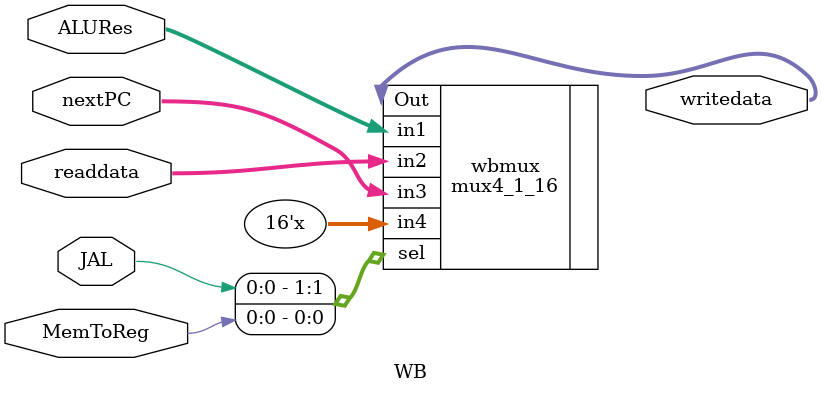
<source format=v>
module WB(ALURes, readdata, nextPC, JAL, MemToReg, writedata);

  input [15:0] ALURes;
  input [15:0] readdata;
  input [15:0] nextPC;
  input JAL;
  input MemToReg;


  output [15:0] writedata;

  mux4_1_16 wbmux(.Out(writedata), .in1(ALURes), .in2(readdata), .in3(nextPC), .in4(16'hxxxx), .sel({JAL, MemToReg}));

endmodule

</source>
